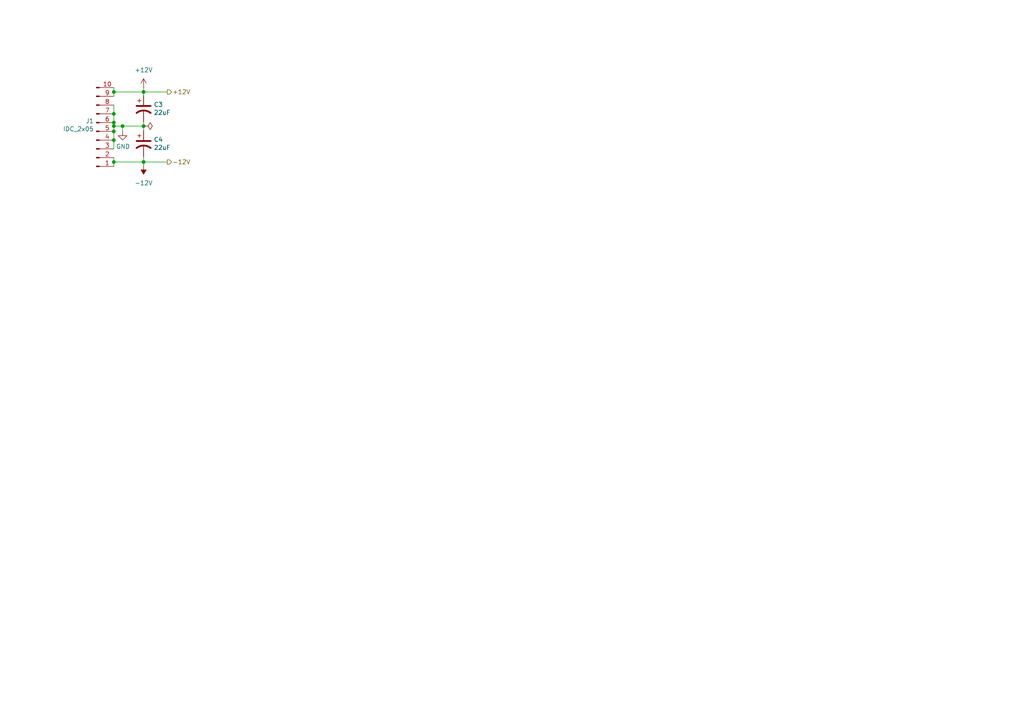
<source format=kicad_sch>
(kicad_sch (version 20211123) (generator eeschema)
  (paper "A4")
  (lib_symbols
    (symbol "Connector:Conn_01x10_Male" (pin_names (offset 1.016) hide)
      (property "Reference" "J" (at 0 12.7 0))
      (property "Value" "Conn_01x10_Male" (at 0 -15.24 0))
      (symbol "Conn_01x10_Male_1_1"
        (polyline (pts (xy 1.27 -12.7) (xy 0.8636 -12.7)) (stroke (width 0.1524)))
        (polyline (pts (xy 1.27 -10.16) (xy 0.8636 -10.16)) (stroke (width 0.1524)))
        (polyline (pts (xy 1.27 -7.62) (xy 0.8636 -7.62)) (stroke (width 0.1524)))
        (polyline (pts (xy 1.27 -5.08) (xy 0.8636 -5.08)) (stroke (width 0.1524)))
        (polyline (pts (xy 1.27 -2.54) (xy 0.8636 -2.54)) (stroke (width 0.1524)))
        (polyline (pts (xy 1.27 0) (xy 0.8636 0)) (stroke (width 0.1524)))
        (polyline (pts (xy 1.27 2.54) (xy 0.8636 2.54)) (stroke (width 0.1524)))
        (polyline (pts (xy 1.27 5.08) (xy 0.8636 5.08)) (stroke (width 0.1524)))
        (polyline (pts (xy 1.27 7.62) (xy 0.8636 7.62)) (stroke (width 0.1524)))
        (polyline (pts (xy 1.27 10.16) (xy 0.8636 10.16)) (stroke (width 0.1524)))
        (rectangle (start 0.8636 -12.573) (end 0 -12.827) (stroke (width 0.1524)) (fill (type outline)))
        (rectangle (start 0.8636 -10.033) (end 0 -10.287) (stroke (width 0.1524)) (fill (type outline)))
        (rectangle (start 0.8636 -7.493) (end 0 -7.747) (stroke (width 0.1524)) (fill (type outline)))
        (rectangle (start 0.8636 -4.953) (end 0 -5.207) (stroke (width 0.1524)) (fill (type outline)))
        (rectangle (start 0.8636 -2.413) (end 0 -2.667) (stroke (width 0.1524)) (fill (type outline)))
        (rectangle (start 0.8636 0.127) (end 0 -0.127) (stroke (width 0.1524)) (fill (type outline)))
        (rectangle (start 0.8636 2.667) (end 0 2.413) (stroke (width 0.1524)) (fill (type outline)))
        (rectangle (start 0.8636 5.207) (end 0 4.953) (stroke (width 0.1524)) (fill (type outline)))
        (rectangle (start 0.8636 7.747) (end 0 7.493) (stroke (width 0.1524)) (fill (type outline)))
        (rectangle (start 0.8636 10.287) (end 0 10.033) (stroke (width 0.1524)) (fill (type outline)))
        (pin passive line (at 5.08 10.16 180) (length 3.81) (name "Pin_1") (number "1"))
        (pin passive line (at 5.08 -12.7 180) (length 3.81) (name "Pin_10") (number "10"))
        (pin passive line (at 5.08 7.62 180) (length 3.81) (name "Pin_2") (number "2"))
        (pin passive line (at 5.08 5.08 180) (length 3.81) (name "Pin_3") (number "3"))
        (pin passive line (at 5.08 2.54 180) (length 3.81) (name "Pin_4") (number "4"))
        (pin passive line (at 5.08 0 180) (length 3.81) (name "Pin_5") (number "5"))
        (pin passive line (at 5.08 -2.54 180) (length 3.81) (name "Pin_6") (number "6"))
        (pin passive line (at 5.08 -5.08 180) (length 3.81) (name "Pin_7") (number "7"))
        (pin passive line (at 5.08 -7.62 180) (length 3.81) (name "Pin_8") (number "8"))
        (pin passive line (at 5.08 -10.16 180) (length 3.81) (name "Pin_9") (number "9"))
      )
    )
    (symbol "MiniDelay-rescue:CP1-Device" (pin_numbers hide) (pin_names (offset 0.254) hide)
      (property "Reference" "C" (at 0.635 2.54 0))
      (property "Value" "CP1-Device" (at 0.635 -2.54 0))
      (symbol "CP1-Device_0_1"
        (polyline (pts (xy -2.032 0.762) (xy 2.032 0.762)) (stroke (width 0.508)))
        (polyline (pts (xy -1.778 2.286) (xy -0.762 2.286)))
        (polyline (pts (xy -1.27 1.778) (xy -1.27 2.794)))
        (arc (start 2.032 -1.27) (mid 0 -0.5572) (end -2.032 -1.27) (stroke (width 0.508)))
      )
      (symbol "CP1-Device_1_1"
        (pin passive line (at 0 3.81 270) (length 2.794) (name "~") (number "1"))
        (pin passive line (at 0 -3.81 90) (length 3.302) (name "~") (number "2"))
      )
    )
    (symbol "power:+12V" (power) (pin_names (offset 0))
      (property "Value" "+12V" (at 0 3.556 0))
      (symbol "+12V_0_1"
        (polyline (pts (xy -0.762 1.27) (xy 0 2.54)))
        (polyline (pts (xy 0 0) (xy 0 2.54)))
        (polyline (pts (xy 0 2.54) (xy 0.762 1.27)))
      )
      (symbol "+12V_1_1"
        (pin power_in line (at 0 0 90) (length 0) hide (name "+12V") (number "1"))
      )
    )
    (symbol "power:-12V" (power) (pin_names (offset 0))
      (property "Value" "-12V" (at 0 3.81 0))
      (symbol "-12V_0_0"
        (pin power_in line (at 0 0 90) (length 0) hide (name "-12V") (number "1"))
      )
      (symbol "-12V_0_1"
        (polyline (pts (xy 0 0) (xy 0 1.27) (xy 0.762 1.27) (xy 0 2.54) (xy -0.762 1.27) (xy 0 1.27)) (fill (type outline)))
      )
    )
    (symbol "power:GND" (power) (pin_names (offset 0))
      (property "Value" "GND" (at 0 -3.81 0))
      (symbol "GND_0_1"
        (polyline (pts (xy 0 0) (xy 0 -1.27) (xy 1.27 -1.27) (xy 0 -2.54) (xy -1.27 -1.27) (xy 0 -1.27)))
      )
      (symbol "GND_1_1"
        (pin power_in line (at 0 0 270) (length 0) hide (name "GND") (number "1"))
      )
    )
    (symbol "power:PWR_FLAG" (power) (pin_numbers hide) (pin_names (offset 0) hide)
      (property "Value" "PWR_FLAG" (at 0 3.81 0))
      (symbol "PWR_FLAG_0_0"
        (pin power_out line (at 0 0 90) (length 0) (name "pwr") (number "1"))
      )
      (symbol "PWR_FLAG_0_1"
        (polyline (pts (xy 0 0) (xy 0 1.27) (xy -1.016 1.905) (xy 0 2.54) (xy 1.016 1.905) (xy 0 1.27)))
      )
    )
  )
  (junction (at 41.656 26.67))
  (junction (at 33.02 35.56))
  (junction (at 35.56 36.576))
  (junction (at 33.02 38.1))
  (junction (at 41.656 46.99))
  (junction (at 41.656 36.576))
  (junction (at 33.02 33.02))
  (junction (at 33.02 40.64))
  (junction (at 33.02 26.67))
  (junction (at 33.02 46.99))
  (junction (at 33.02 36.576))
  (wire (pts (xy 33.02 26.67) (xy 41.656 26.67)))
  (wire (pts (xy 41.656 26.67) (xy 48.514 26.67)))
  (wire (pts (xy 41.656 36.576) (xy 41.656 37.846)))
  (wire (pts (xy 35.56 36.576) (xy 35.56 38.1)))
  (wire (pts (xy 33.02 36.576) (xy 35.56 36.576)))
  (wire (pts (xy 35.56 36.576) (xy 41.656 36.576)))
  (wire (pts (xy 41.656 46.99) (xy 48.514 46.99)))
  (wire (pts (xy 41.656 26.67) (xy 41.656 27.686)))
  (wire (pts (xy 33.02 26.67) (xy 33.02 27.94)))
  (wire (pts (xy 33.02 36.576) (xy 33.02 38.1)))
  (wire (pts (xy 33.02 45.72) (xy 33.02 46.99)))
  (wire (pts (xy 33.02 38.1) (xy 33.02 40.64)))
  (wire (pts (xy 41.656 25.4) (xy 41.656 26.67)))
  (wire (pts (xy 33.02 40.64) (xy 33.02 43.18)))
  (wire (pts (xy 33.02 25.4) (xy 33.02 26.67)))
  (wire (pts (xy 41.656 35.306) (xy 41.656 36.576)))
  (wire (pts (xy 41.656 45.466) (xy 41.656 46.99)))
  (wire (pts (xy 33.02 46.99) (xy 33.02 48.26)))
  (wire (pts (xy 33.02 36.576) (xy 33.02 35.56)))
  (wire (pts (xy 33.02 30.48) (xy 33.02 33.02)))
  (wire (pts (xy 41.656 46.99) (xy 41.656 48.006)))
  (wire (pts (xy 33.02 46.99) (xy 41.656 46.99)))
  (wire (pts (xy 33.02 33.02) (xy 33.02 35.56)))
  (hierarchical_label "+12V" (shape output) (at 48.514 26.67 0))
  (hierarchical_label "-12V" (shape output) (at 48.514 46.99 0))
  (symbol (lib_id "power:GND") (at 35.56 38.1 0) (unit 1)
    (property "Reference" "#PWR02" (effects hide))
    (property "Value" "GND" (at 35.687 42.4942 0))
  )
  (symbol (lib_id "MiniDelay-rescue:CP1-Device") (at 41.656 41.656 0) (unit 1)
    (property "Reference" "C4" (at 44.577 40.4876 0) (effects (justify left)))
    (property "Value" "22uF" (at 44.577 42.799 0) (effects (justify left)))
    (property "Footprint" "Capacitor_SMD:C_0805_2012Metric_Pad1.18x1.45mm_HandSolder" (effects hide))
    (property "LCSC Part #" "C49678" (effects hide))
    (property "Mfg #" "CC0805KRX7R9BB104" (effects hide))
    (property "Manufacturers Part Number" "GRM21BR61E226ME44L" (effects hide))
    (property "Manufacturers Name" "Murata Electronics " (effects hide))
    (property "Type" "Surface mount" (effects hide))
    (property "Package" "0805" (effects hide))
    (property "Part Description" "Multilayer Ceramic Capacitors MLCC - SMD/SMT 50 V 0.1uF X7R 0805 10% " (effects hide))
  )
  (symbol (lib_id "Connector:Conn_01x10_Male") (at 27.94 38.1 0) (mirror x) (unit 1)
    (property "Reference" "J1" (at 27.2288 35.1028 0) (effects (justify right)))
    (property "Value" "IDC_2x05" (at 27.2288 37.4142 0) (effects (justify right)))
    (property "Footprint" "Connector_IDC:IDC-Header_2x05_P2.54mm_Vertical" (effects hide))
    (property "Type" "Thru-hole" (effects hide))
    (property "LCSC Part #" "C706914" (effects hide))
    (property "Manufacturers Name" "XKB Connectivity " (effects hide))
    (property "Manufacturers Part Number" "X9555WV-2X05-6TV01" (effects hide))
    (property "Mfg #" "X9555WV-2X05-6TV01" (effects hide))
    (property "Package" "Straight,P=2.54mm" (effects hide))
    (property "Part Description" "IDC Connector 2x05 2.54mm Pitch Straight" (effects hide))
  )
  (symbol (lib_id "power:+12V") (at 41.656 25.4 0) (unit 1)
    (property "Reference" "#PWR03" (effects hide))
    (property "Value" "+12V" (at 41.656 20.32 0))
  )
  (symbol (lib_id "power:PWR_FLAG") (at 41.656 36.576 270) (unit 1)
    (property "Reference" "#FLG01" (effects hide))
    (property "Value" "PWR_FLAG" (effects hide))
  )
  (symbol (lib_id "power:-12V") (at 41.656 48.006 180) (unit 1)
    (property "Reference" "#PWR04" (effects hide))
    (property "Value" "-12V" (at 41.656 53.086 0))
  )
  (symbol (lib_id "MiniDelay-rescue:CP1-Device") (at 41.656 31.496 0) (unit 1)
    (property "Reference" "C3" (at 44.577 30.3276 0) (effects (justify left)))
    (property "Value" "22uF" (at 44.577 32.639 0) (effects (justify left)))
    (property "Footprint" "Capacitor_SMD:C_0805_2012Metric_Pad1.18x1.45mm_HandSolder" (effects hide))
    (property "LCSC Part #" "C49678" (effects hide))
    (property "Mfg #" "CC0805KRX7R9BB104" (effects hide))
    (property "Manufacturers Part Number" "GRM21BR61E226ME44L" (effects hide))
    (property "Manufacturers Name" "Murata Electronics " (effects hide))
    (property "Type" "Surface mount" (effects hide))
    (property "Package" "0805" (effects hide))
    (property "Part Description" "Multilayer Ceramic Capacitors MLCC - SMD/SMT 50 V 0.1uF X7R 0805 10% " (effects hide))
  )
)
</source>
